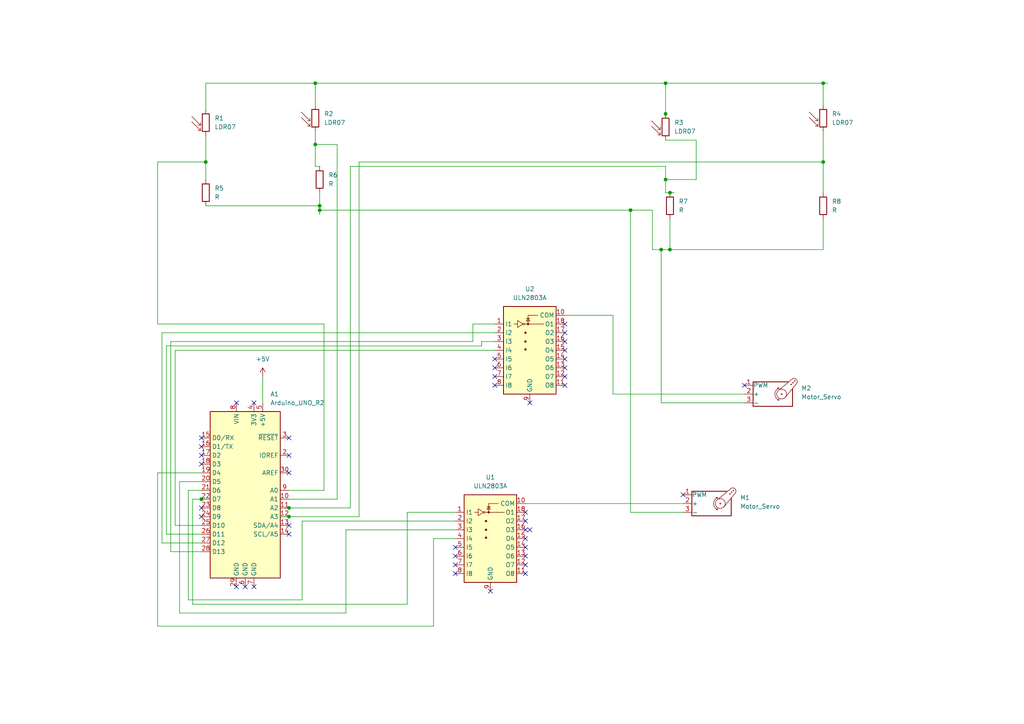
<source format=kicad_sch>
(kicad_sch
	(version 20231120)
	(generator "eeschema")
	(generator_version "8.0")
	(uuid "795c60c0-2b4b-470e-be3d-3994130f9cfa")
	(paper "A4")
	(lib_symbols
		(symbol "Device:R"
			(pin_numbers hide)
			(pin_names
				(offset 0)
			)
			(exclude_from_sim no)
			(in_bom yes)
			(on_board yes)
			(property "Reference" "R"
				(at 2.032 0 90)
				(effects
					(font
						(size 1.27 1.27)
					)
				)
			)
			(property "Value" "R"
				(at 0 0 90)
				(effects
					(font
						(size 1.27 1.27)
					)
				)
			)
			(property "Footprint" ""
				(at -1.778 0 90)
				(effects
					(font
						(size 1.27 1.27)
					)
					(hide yes)
				)
			)
			(property "Datasheet" "~"
				(at 0 0 0)
				(effects
					(font
						(size 1.27 1.27)
					)
					(hide yes)
				)
			)
			(property "Description" "Resistor"
				(at 0 0 0)
				(effects
					(font
						(size 1.27 1.27)
					)
					(hide yes)
				)
			)
			(property "ki_keywords" "R res resistor"
				(at 0 0 0)
				(effects
					(font
						(size 1.27 1.27)
					)
					(hide yes)
				)
			)
			(property "ki_fp_filters" "R_*"
				(at 0 0 0)
				(effects
					(font
						(size 1.27 1.27)
					)
					(hide yes)
				)
			)
			(symbol "R_0_1"
				(rectangle
					(start -1.016 -2.54)
					(end 1.016 2.54)
					(stroke
						(width 0.254)
						(type default)
					)
					(fill
						(type none)
					)
				)
			)
			(symbol "R_1_1"
				(pin passive line
					(at 0 3.81 270)
					(length 1.27)
					(name "~"
						(effects
							(font
								(size 1.27 1.27)
							)
						)
					)
					(number "1"
						(effects
							(font
								(size 1.27 1.27)
							)
						)
					)
				)
				(pin passive line
					(at 0 -3.81 90)
					(length 1.27)
					(name "~"
						(effects
							(font
								(size 1.27 1.27)
							)
						)
					)
					(number "2"
						(effects
							(font
								(size 1.27 1.27)
							)
						)
					)
				)
			)
		)
		(symbol "MCU_Module:Arduino_UNO_R2"
			(exclude_from_sim no)
			(in_bom yes)
			(on_board yes)
			(property "Reference" "A"
				(at -10.16 23.495 0)
				(effects
					(font
						(size 1.27 1.27)
					)
					(justify left bottom)
				)
			)
			(property "Value" "Arduino_UNO_R2"
				(at 5.08 -26.67 0)
				(effects
					(font
						(size 1.27 1.27)
					)
					(justify left top)
				)
			)
			(property "Footprint" "Module:Arduino_UNO_R2"
				(at 0 0 0)
				(effects
					(font
						(size 1.27 1.27)
						(italic yes)
					)
					(hide yes)
				)
			)
			(property "Datasheet" "https://www.arduino.cc/en/Main/arduinoBoardUno"
				(at 0 0 0)
				(effects
					(font
						(size 1.27 1.27)
					)
					(hide yes)
				)
			)
			(property "Description" "Arduino UNO Microcontroller Module, release 2"
				(at 0 0 0)
				(effects
					(font
						(size 1.27 1.27)
					)
					(hide yes)
				)
			)
			(property "ki_keywords" "Arduino UNO R3 Microcontroller Module Atmel AVR USB"
				(at 0 0 0)
				(effects
					(font
						(size 1.27 1.27)
					)
					(hide yes)
				)
			)
			(property "ki_fp_filters" "Arduino*UNO*R2*"
				(at 0 0 0)
				(effects
					(font
						(size 1.27 1.27)
					)
					(hide yes)
				)
			)
			(symbol "Arduino_UNO_R2_0_1"
				(rectangle
					(start -10.16 22.86)
					(end 10.16 -25.4)
					(stroke
						(width 0.254)
						(type default)
					)
					(fill
						(type background)
					)
				)
			)
			(symbol "Arduino_UNO_R2_1_1"
				(pin no_connect line
					(at -10.16 -20.32 0)
					(length 2.54) hide
					(name "NC"
						(effects
							(font
								(size 1.27 1.27)
							)
						)
					)
					(number "1"
						(effects
							(font
								(size 1.27 1.27)
							)
						)
					)
				)
				(pin bidirectional line
					(at 12.7 -2.54 180)
					(length 2.54)
					(name "A1"
						(effects
							(font
								(size 1.27 1.27)
							)
						)
					)
					(number "10"
						(effects
							(font
								(size 1.27 1.27)
							)
						)
					)
				)
				(pin bidirectional line
					(at 12.7 -5.08 180)
					(length 2.54)
					(name "A2"
						(effects
							(font
								(size 1.27 1.27)
							)
						)
					)
					(number "11"
						(effects
							(font
								(size 1.27 1.27)
							)
						)
					)
				)
				(pin bidirectional line
					(at 12.7 -7.62 180)
					(length 2.54)
					(name "A3"
						(effects
							(font
								(size 1.27 1.27)
							)
						)
					)
					(number "12"
						(effects
							(font
								(size 1.27 1.27)
							)
						)
					)
				)
				(pin bidirectional line
					(at 12.7 -10.16 180)
					(length 2.54)
					(name "SDA/A4"
						(effects
							(font
								(size 1.27 1.27)
							)
						)
					)
					(number "13"
						(effects
							(font
								(size 1.27 1.27)
							)
						)
					)
				)
				(pin bidirectional line
					(at 12.7 -12.7 180)
					(length 2.54)
					(name "SCL/A5"
						(effects
							(font
								(size 1.27 1.27)
							)
						)
					)
					(number "14"
						(effects
							(font
								(size 1.27 1.27)
							)
						)
					)
				)
				(pin bidirectional line
					(at -12.7 15.24 0)
					(length 2.54)
					(name "D0/RX"
						(effects
							(font
								(size 1.27 1.27)
							)
						)
					)
					(number "15"
						(effects
							(font
								(size 1.27 1.27)
							)
						)
					)
				)
				(pin bidirectional line
					(at -12.7 12.7 0)
					(length 2.54)
					(name "D1/TX"
						(effects
							(font
								(size 1.27 1.27)
							)
						)
					)
					(number "16"
						(effects
							(font
								(size 1.27 1.27)
							)
						)
					)
				)
				(pin bidirectional line
					(at -12.7 10.16 0)
					(length 2.54)
					(name "D2"
						(effects
							(font
								(size 1.27 1.27)
							)
						)
					)
					(number "17"
						(effects
							(font
								(size 1.27 1.27)
							)
						)
					)
				)
				(pin bidirectional line
					(at -12.7 7.62 0)
					(length 2.54)
					(name "D3"
						(effects
							(font
								(size 1.27 1.27)
							)
						)
					)
					(number "18"
						(effects
							(font
								(size 1.27 1.27)
							)
						)
					)
				)
				(pin bidirectional line
					(at -12.7 5.08 0)
					(length 2.54)
					(name "D4"
						(effects
							(font
								(size 1.27 1.27)
							)
						)
					)
					(number "19"
						(effects
							(font
								(size 1.27 1.27)
							)
						)
					)
				)
				(pin output line
					(at 12.7 10.16 180)
					(length 2.54)
					(name "IOREF"
						(effects
							(font
								(size 1.27 1.27)
							)
						)
					)
					(number "2"
						(effects
							(font
								(size 1.27 1.27)
							)
						)
					)
				)
				(pin bidirectional line
					(at -12.7 2.54 0)
					(length 2.54)
					(name "D5"
						(effects
							(font
								(size 1.27 1.27)
							)
						)
					)
					(number "20"
						(effects
							(font
								(size 1.27 1.27)
							)
						)
					)
				)
				(pin bidirectional line
					(at -12.7 0 0)
					(length 2.54)
					(name "D6"
						(effects
							(font
								(size 1.27 1.27)
							)
						)
					)
					(number "21"
						(effects
							(font
								(size 1.27 1.27)
							)
						)
					)
				)
				(pin bidirectional line
					(at -12.7 -2.54 0)
					(length 2.54)
					(name "D7"
						(effects
							(font
								(size 1.27 1.27)
							)
						)
					)
					(number "22"
						(effects
							(font
								(size 1.27 1.27)
							)
						)
					)
				)
				(pin bidirectional line
					(at -12.7 -5.08 0)
					(length 2.54)
					(name "D8"
						(effects
							(font
								(size 1.27 1.27)
							)
						)
					)
					(number "23"
						(effects
							(font
								(size 1.27 1.27)
							)
						)
					)
				)
				(pin bidirectional line
					(at -12.7 -7.62 0)
					(length 2.54)
					(name "D9"
						(effects
							(font
								(size 1.27 1.27)
							)
						)
					)
					(number "24"
						(effects
							(font
								(size 1.27 1.27)
							)
						)
					)
				)
				(pin bidirectional line
					(at -12.7 -10.16 0)
					(length 2.54)
					(name "D10"
						(effects
							(font
								(size 1.27 1.27)
							)
						)
					)
					(number "25"
						(effects
							(font
								(size 1.27 1.27)
							)
						)
					)
				)
				(pin bidirectional line
					(at -12.7 -12.7 0)
					(length 2.54)
					(name "D11"
						(effects
							(font
								(size 1.27 1.27)
							)
						)
					)
					(number "26"
						(effects
							(font
								(size 1.27 1.27)
							)
						)
					)
				)
				(pin bidirectional line
					(at -12.7 -15.24 0)
					(length 2.54)
					(name "D12"
						(effects
							(font
								(size 1.27 1.27)
							)
						)
					)
					(number "27"
						(effects
							(font
								(size 1.27 1.27)
							)
						)
					)
				)
				(pin bidirectional line
					(at -12.7 -17.78 0)
					(length 2.54)
					(name "D13"
						(effects
							(font
								(size 1.27 1.27)
							)
						)
					)
					(number "28"
						(effects
							(font
								(size 1.27 1.27)
							)
						)
					)
				)
				(pin power_in line
					(at -2.54 -27.94 90)
					(length 2.54)
					(name "GND"
						(effects
							(font
								(size 1.27 1.27)
							)
						)
					)
					(number "29"
						(effects
							(font
								(size 1.27 1.27)
							)
						)
					)
				)
				(pin input line
					(at 12.7 15.24 180)
					(length 2.54)
					(name "~{RESET}"
						(effects
							(font
								(size 1.27 1.27)
							)
						)
					)
					(number "3"
						(effects
							(font
								(size 1.27 1.27)
							)
						)
					)
				)
				(pin input line
					(at 12.7 5.08 180)
					(length 2.54)
					(name "AREF"
						(effects
							(font
								(size 1.27 1.27)
							)
						)
					)
					(number "30"
						(effects
							(font
								(size 1.27 1.27)
							)
						)
					)
				)
				(pin power_out line
					(at 2.54 25.4 270)
					(length 2.54)
					(name "3V3"
						(effects
							(font
								(size 1.27 1.27)
							)
						)
					)
					(number "4"
						(effects
							(font
								(size 1.27 1.27)
							)
						)
					)
				)
				(pin power_out line
					(at 5.08 25.4 270)
					(length 2.54)
					(name "+5V"
						(effects
							(font
								(size 1.27 1.27)
							)
						)
					)
					(number "5"
						(effects
							(font
								(size 1.27 1.27)
							)
						)
					)
				)
				(pin power_in line
					(at 0 -27.94 90)
					(length 2.54)
					(name "GND"
						(effects
							(font
								(size 1.27 1.27)
							)
						)
					)
					(number "6"
						(effects
							(font
								(size 1.27 1.27)
							)
						)
					)
				)
				(pin power_in line
					(at 2.54 -27.94 90)
					(length 2.54)
					(name "GND"
						(effects
							(font
								(size 1.27 1.27)
							)
						)
					)
					(number "7"
						(effects
							(font
								(size 1.27 1.27)
							)
						)
					)
				)
				(pin power_in line
					(at -2.54 25.4 270)
					(length 2.54)
					(name "VIN"
						(effects
							(font
								(size 1.27 1.27)
							)
						)
					)
					(number "8"
						(effects
							(font
								(size 1.27 1.27)
							)
						)
					)
				)
				(pin bidirectional line
					(at 12.7 0 180)
					(length 2.54)
					(name "A0"
						(effects
							(font
								(size 1.27 1.27)
							)
						)
					)
					(number "9"
						(effects
							(font
								(size 1.27 1.27)
							)
						)
					)
				)
			)
		)
		(symbol "Motor:Motor_Servo"
			(pin_names
				(offset 0.0254)
			)
			(exclude_from_sim no)
			(in_bom yes)
			(on_board yes)
			(property "Reference" "M"
				(at -5.08 4.445 0)
				(effects
					(font
						(size 1.27 1.27)
					)
					(justify left)
				)
			)
			(property "Value" "Motor_Servo"
				(at -5.08 -4.064 0)
				(effects
					(font
						(size 1.27 1.27)
					)
					(justify left top)
				)
			)
			(property "Footprint" ""
				(at 0 -4.826 0)
				(effects
					(font
						(size 1.27 1.27)
					)
					(hide yes)
				)
			)
			(property "Datasheet" "http://forums.parallax.com/uploads/attachments/46831/74481.png"
				(at 0 -4.826 0)
				(effects
					(font
						(size 1.27 1.27)
					)
					(hide yes)
				)
			)
			(property "Description" "Servo Motor (Futaba, HiTec, JR connector)"
				(at 0 0 0)
				(effects
					(font
						(size 1.27 1.27)
					)
					(hide yes)
				)
			)
			(property "ki_keywords" "Servo Motor"
				(at 0 0 0)
				(effects
					(font
						(size 1.27 1.27)
					)
					(hide yes)
				)
			)
			(property "ki_fp_filters" "PinHeader*P2.54mm*"
				(at 0 0 0)
				(effects
					(font
						(size 1.27 1.27)
					)
					(hide yes)
				)
			)
			(symbol "Motor_Servo_0_1"
				(polyline
					(pts
						(xy 2.413 -1.778) (xy 2.032 -1.778)
					)
					(stroke
						(width 0)
						(type default)
					)
					(fill
						(type none)
					)
				)
				(polyline
					(pts
						(xy 2.413 -1.778) (xy 2.286 -1.397)
					)
					(stroke
						(width 0)
						(type default)
					)
					(fill
						(type none)
					)
				)
				(polyline
					(pts
						(xy 2.413 1.778) (xy 1.905 1.778)
					)
					(stroke
						(width 0)
						(type default)
					)
					(fill
						(type none)
					)
				)
				(polyline
					(pts
						(xy 2.413 1.778) (xy 2.286 1.397)
					)
					(stroke
						(width 0)
						(type default)
					)
					(fill
						(type none)
					)
				)
				(polyline
					(pts
						(xy 6.35 4.445) (xy 2.54 1.27)
					)
					(stroke
						(width 0)
						(type default)
					)
					(fill
						(type none)
					)
				)
				(polyline
					(pts
						(xy 7.62 3.175) (xy 4.191 -1.016)
					)
					(stroke
						(width 0)
						(type default)
					)
					(fill
						(type none)
					)
				)
				(polyline
					(pts
						(xy 5.08 3.556) (xy -5.08 3.556) (xy -5.08 -3.556) (xy 6.35 -3.556) (xy 6.35 1.524)
					)
					(stroke
						(width 0.254)
						(type default)
					)
					(fill
						(type none)
					)
				)
				(arc
					(start 2.413 1.778)
					(mid 1.2406 0)
					(end 2.413 -1.778)
					(stroke
						(width 0)
						(type default)
					)
					(fill
						(type none)
					)
				)
				(circle
					(center 3.175 0)
					(radius 0.1778)
					(stroke
						(width 0)
						(type default)
					)
					(fill
						(type none)
					)
				)
				(circle
					(center 3.175 0)
					(radius 1.4224)
					(stroke
						(width 0)
						(type default)
					)
					(fill
						(type none)
					)
				)
				(circle
					(center 5.969 2.794)
					(radius 0.127)
					(stroke
						(width 0)
						(type default)
					)
					(fill
						(type none)
					)
				)
				(circle
					(center 6.477 3.302)
					(radius 0.127)
					(stroke
						(width 0)
						(type default)
					)
					(fill
						(type none)
					)
				)
				(circle
					(center 6.985 3.81)
					(radius 0.127)
					(stroke
						(width 0)
						(type default)
					)
					(fill
						(type none)
					)
				)
				(arc
					(start 7.62 3.175)
					(mid 7.4485 4.2735)
					(end 6.35 4.445)
					(stroke
						(width 0)
						(type default)
					)
					(fill
						(type none)
					)
				)
			)
			(symbol "Motor_Servo_1_1"
				(pin passive line
					(at -7.62 2.54 0)
					(length 2.54)
					(name "PWM"
						(effects
							(font
								(size 1.27 1.27)
							)
						)
					)
					(number "1"
						(effects
							(font
								(size 1.27 1.27)
							)
						)
					)
				)
				(pin passive line
					(at -7.62 0 0)
					(length 2.54)
					(name "+"
						(effects
							(font
								(size 1.27 1.27)
							)
						)
					)
					(number "2"
						(effects
							(font
								(size 1.27 1.27)
							)
						)
					)
				)
				(pin passive line
					(at -7.62 -2.54 0)
					(length 2.54)
					(name "-"
						(effects
							(font
								(size 1.27 1.27)
							)
						)
					)
					(number "3"
						(effects
							(font
								(size 1.27 1.27)
							)
						)
					)
				)
			)
		)
		(symbol "Sensor_Optical:LDR07"
			(pin_numbers hide)
			(pin_names
				(offset 0)
			)
			(exclude_from_sim no)
			(in_bom yes)
			(on_board yes)
			(property "Reference" "R"
				(at -5.08 0 90)
				(effects
					(font
						(size 1.27 1.27)
					)
				)
			)
			(property "Value" "LDR07"
				(at 1.905 0 90)
				(effects
					(font
						(size 1.27 1.27)
					)
					(justify top)
				)
			)
			(property "Footprint" "OptoDevice:R_LDR_5.1x4.3mm_P3.4mm_Vertical"
				(at 4.445 0 90)
				(effects
					(font
						(size 1.27 1.27)
					)
					(hide yes)
				)
			)
			(property "Datasheet" "http://www.tme.eu/de/Document/f2e3ad76a925811312d226c31da4cd7e/LDR07.pdf"
				(at 0 -1.27 0)
				(effects
					(font
						(size 1.27 1.27)
					)
					(hide yes)
				)
			)
			(property "Description" "light dependent resistor"
				(at 0 0 0)
				(effects
					(font
						(size 1.27 1.27)
					)
					(hide yes)
				)
			)
			(property "ki_keywords" "light dependent photo resistor LDR"
				(at 0 0 0)
				(effects
					(font
						(size 1.27 1.27)
					)
					(hide yes)
				)
			)
			(property "ki_fp_filters" "R*LDR*5.1x4.3mm*P3.4mm*"
				(at 0 0 0)
				(effects
					(font
						(size 1.27 1.27)
					)
					(hide yes)
				)
			)
			(symbol "LDR07_0_1"
				(rectangle
					(start -1.016 2.54)
					(end 1.016 -2.54)
					(stroke
						(width 0.254)
						(type default)
					)
					(fill
						(type none)
					)
				)
				(polyline
					(pts
						(xy -1.524 -2.286) (xy -4.064 0.254)
					)
					(stroke
						(width 0)
						(type default)
					)
					(fill
						(type none)
					)
				)
				(polyline
					(pts
						(xy -1.524 -2.286) (xy -2.286 -2.286)
					)
					(stroke
						(width 0)
						(type default)
					)
					(fill
						(type none)
					)
				)
				(polyline
					(pts
						(xy -1.524 -2.286) (xy -1.524 -1.524)
					)
					(stroke
						(width 0)
						(type default)
					)
					(fill
						(type none)
					)
				)
				(polyline
					(pts
						(xy -1.524 -0.762) (xy -4.064 1.778)
					)
					(stroke
						(width 0)
						(type default)
					)
					(fill
						(type none)
					)
				)
				(polyline
					(pts
						(xy -1.524 -0.762) (xy -2.286 -0.762)
					)
					(stroke
						(width 0)
						(type default)
					)
					(fill
						(type none)
					)
				)
				(polyline
					(pts
						(xy -1.524 -0.762) (xy -1.524 0)
					)
					(stroke
						(width 0)
						(type default)
					)
					(fill
						(type none)
					)
				)
			)
			(symbol "LDR07_1_1"
				(pin passive line
					(at 0 3.81 270)
					(length 1.27)
					(name "~"
						(effects
							(font
								(size 1.27 1.27)
							)
						)
					)
					(number "1"
						(effects
							(font
								(size 1.27 1.27)
							)
						)
					)
				)
				(pin passive line
					(at 0 -3.81 90)
					(length 1.27)
					(name "~"
						(effects
							(font
								(size 1.27 1.27)
							)
						)
					)
					(number "2"
						(effects
							(font
								(size 1.27 1.27)
							)
						)
					)
				)
			)
		)
		(symbol "Transistor_Array:ULN2803A"
			(exclude_from_sim no)
			(in_bom yes)
			(on_board yes)
			(property "Reference" "U"
				(at 0 13.335 0)
				(effects
					(font
						(size 1.27 1.27)
					)
				)
			)
			(property "Value" "ULN2803A"
				(at 0 11.43 0)
				(effects
					(font
						(size 1.27 1.27)
					)
				)
			)
			(property "Footprint" ""
				(at 1.27 -16.51 0)
				(effects
					(font
						(size 1.27 1.27)
					)
					(justify left)
					(hide yes)
				)
			)
			(property "Datasheet" "http://www.ti.com/lit/ds/symlink/uln2803a.pdf"
				(at 2.54 -5.08 0)
				(effects
					(font
						(size 1.27 1.27)
					)
					(hide yes)
				)
			)
			(property "Description" "Darlington Transistor Arrays, SOIC18/DIP18"
				(at 0 0 0)
				(effects
					(font
						(size 1.27 1.27)
					)
					(hide yes)
				)
			)
			(property "ki_keywords" "Darlington transistor array"
				(at 0 0 0)
				(effects
					(font
						(size 1.27 1.27)
					)
					(hide yes)
				)
			)
			(property "ki_fp_filters" "DIP*W7.62mm* SOIC*7.5x11.6mm*P1.27mm*"
				(at 0 0 0)
				(effects
					(font
						(size 1.27 1.27)
					)
					(hide yes)
				)
			)
			(symbol "ULN2803A_0_1"
				(rectangle
					(start -7.62 -15.24)
					(end 7.62 10.16)
					(stroke
						(width 0.254)
						(type default)
					)
					(fill
						(type background)
					)
				)
				(circle
					(center -1.778 5.08)
					(radius 0.254)
					(stroke
						(width 0)
						(type default)
					)
					(fill
						(type none)
					)
				)
				(circle
					(center -1.27 -2.286)
					(radius 0.254)
					(stroke
						(width 0)
						(type default)
					)
					(fill
						(type outline)
					)
				)
				(circle
					(center -1.27 0)
					(radius 0.254)
					(stroke
						(width 0)
						(type default)
					)
					(fill
						(type outline)
					)
				)
				(circle
					(center -1.27 2.54)
					(radius 0.254)
					(stroke
						(width 0)
						(type default)
					)
					(fill
						(type outline)
					)
				)
				(circle
					(center -0.508 5.08)
					(radius 0.254)
					(stroke
						(width 0)
						(type default)
					)
					(fill
						(type outline)
					)
				)
				(polyline
					(pts
						(xy -4.572 5.08) (xy -3.556 5.08)
					)
					(stroke
						(width 0)
						(type default)
					)
					(fill
						(type none)
					)
				)
				(polyline
					(pts
						(xy -1.524 5.08) (xy 4.064 5.08)
					)
					(stroke
						(width 0)
						(type default)
					)
					(fill
						(type none)
					)
				)
				(polyline
					(pts
						(xy 0 6.731) (xy -1.016 6.731)
					)
					(stroke
						(width 0)
						(type default)
					)
					(fill
						(type none)
					)
				)
				(polyline
					(pts
						(xy -0.508 5.08) (xy -0.508 7.62) (xy 2.286 7.62)
					)
					(stroke
						(width 0)
						(type default)
					)
					(fill
						(type none)
					)
				)
				(polyline
					(pts
						(xy -3.556 6.096) (xy -3.556 4.064) (xy -2.032 5.08) (xy -3.556 6.096)
					)
					(stroke
						(width 0)
						(type default)
					)
					(fill
						(type none)
					)
				)
				(polyline
					(pts
						(xy 0 5.969) (xy -1.016 5.969) (xy -0.508 6.731) (xy 0 5.969)
					)
					(stroke
						(width 0)
						(type default)
					)
					(fill
						(type none)
					)
				)
			)
			(symbol "ULN2803A_1_1"
				(pin input line
					(at -10.16 5.08 0)
					(length 2.54)
					(name "I1"
						(effects
							(font
								(size 1.27 1.27)
							)
						)
					)
					(number "1"
						(effects
							(font
								(size 1.27 1.27)
							)
						)
					)
				)
				(pin passive line
					(at 10.16 7.62 180)
					(length 2.54)
					(name "COM"
						(effects
							(font
								(size 1.27 1.27)
							)
						)
					)
					(number "10"
						(effects
							(font
								(size 1.27 1.27)
							)
						)
					)
				)
				(pin open_collector line
					(at 10.16 -12.7 180)
					(length 2.54)
					(name "O8"
						(effects
							(font
								(size 1.27 1.27)
							)
						)
					)
					(number "11"
						(effects
							(font
								(size 1.27 1.27)
							)
						)
					)
				)
				(pin open_collector line
					(at 10.16 -10.16 180)
					(length 2.54)
					(name "O7"
						(effects
							(font
								(size 1.27 1.27)
							)
						)
					)
					(number "12"
						(effects
							(font
								(size 1.27 1.27)
							)
						)
					)
				)
				(pin open_collector line
					(at 10.16 -7.62 180)
					(length 2.54)
					(name "O6"
						(effects
							(font
								(size 1.27 1.27)
							)
						)
					)
					(number "13"
						(effects
							(font
								(size 1.27 1.27)
							)
						)
					)
				)
				(pin open_collector line
					(at 10.16 -5.08 180)
					(length 2.54)
					(name "O5"
						(effects
							(font
								(size 1.27 1.27)
							)
						)
					)
					(number "14"
						(effects
							(font
								(size 1.27 1.27)
							)
						)
					)
				)
				(pin open_collector line
					(at 10.16 -2.54 180)
					(length 2.54)
					(name "O4"
						(effects
							(font
								(size 1.27 1.27)
							)
						)
					)
					(number "15"
						(effects
							(font
								(size 1.27 1.27)
							)
						)
					)
				)
				(pin open_collector line
					(at 10.16 0 180)
					(length 2.54)
					(name "O3"
						(effects
							(font
								(size 1.27 1.27)
							)
						)
					)
					(number "16"
						(effects
							(font
								(size 1.27 1.27)
							)
						)
					)
				)
				(pin open_collector line
					(at 10.16 2.54 180)
					(length 2.54)
					(name "O2"
						(effects
							(font
								(size 1.27 1.27)
							)
						)
					)
					(number "17"
						(effects
							(font
								(size 1.27 1.27)
							)
						)
					)
				)
				(pin open_collector line
					(at 10.16 5.08 180)
					(length 2.54)
					(name "O1"
						(effects
							(font
								(size 1.27 1.27)
							)
						)
					)
					(number "18"
						(effects
							(font
								(size 1.27 1.27)
							)
						)
					)
				)
				(pin input line
					(at -10.16 2.54 0)
					(length 2.54)
					(name "I2"
						(effects
							(font
								(size 1.27 1.27)
							)
						)
					)
					(number "2"
						(effects
							(font
								(size 1.27 1.27)
							)
						)
					)
				)
				(pin input line
					(at -10.16 0 0)
					(length 2.54)
					(name "I3"
						(effects
							(font
								(size 1.27 1.27)
							)
						)
					)
					(number "3"
						(effects
							(font
								(size 1.27 1.27)
							)
						)
					)
				)
				(pin input line
					(at -10.16 -2.54 0)
					(length 2.54)
					(name "I4"
						(effects
							(font
								(size 1.27 1.27)
							)
						)
					)
					(number "4"
						(effects
							(font
								(size 1.27 1.27)
							)
						)
					)
				)
				(pin input line
					(at -10.16 -5.08 0)
					(length 2.54)
					(name "I5"
						(effects
							(font
								(size 1.27 1.27)
							)
						)
					)
					(number "5"
						(effects
							(font
								(size 1.27 1.27)
							)
						)
					)
				)
				(pin input line
					(at -10.16 -7.62 0)
					(length 2.54)
					(name "I6"
						(effects
							(font
								(size 1.27 1.27)
							)
						)
					)
					(number "6"
						(effects
							(font
								(size 1.27 1.27)
							)
						)
					)
				)
				(pin input line
					(at -10.16 -10.16 0)
					(length 2.54)
					(name "I7"
						(effects
							(font
								(size 1.27 1.27)
							)
						)
					)
					(number "7"
						(effects
							(font
								(size 1.27 1.27)
							)
						)
					)
				)
				(pin input line
					(at -10.16 -12.7 0)
					(length 2.54)
					(name "I8"
						(effects
							(font
								(size 1.27 1.27)
							)
						)
					)
					(number "8"
						(effects
							(font
								(size 1.27 1.27)
							)
						)
					)
				)
				(pin power_in line
					(at 0 -17.78 90)
					(length 2.54)
					(name "GND"
						(effects
							(font
								(size 1.27 1.27)
							)
						)
					)
					(number "9"
						(effects
							(font
								(size 1.27 1.27)
							)
						)
					)
				)
			)
		)
		(symbol "power:+5V"
			(power)
			(pin_numbers hide)
			(pin_names
				(offset 0) hide)
			(exclude_from_sim no)
			(in_bom yes)
			(on_board yes)
			(property "Reference" "#PWR"
				(at 0 -3.81 0)
				(effects
					(font
						(size 1.27 1.27)
					)
					(hide yes)
				)
			)
			(property "Value" "+5V"
				(at 0 3.556 0)
				(effects
					(font
						(size 1.27 1.27)
					)
				)
			)
			(property "Footprint" ""
				(at 0 0 0)
				(effects
					(font
						(size 1.27 1.27)
					)
					(hide yes)
				)
			)
			(property "Datasheet" ""
				(at 0 0 0)
				(effects
					(font
						(size 1.27 1.27)
					)
					(hide yes)
				)
			)
			(property "Description" "Power symbol creates a global label with name \"+5V\""
				(at 0 0 0)
				(effects
					(font
						(size 1.27 1.27)
					)
					(hide yes)
				)
			)
			(property "ki_keywords" "global power"
				(at 0 0 0)
				(effects
					(font
						(size 1.27 1.27)
					)
					(hide yes)
				)
			)
			(symbol "+5V_0_1"
				(polyline
					(pts
						(xy -0.762 1.27) (xy 0 2.54)
					)
					(stroke
						(width 0)
						(type default)
					)
					(fill
						(type none)
					)
				)
				(polyline
					(pts
						(xy 0 0) (xy 0 2.54)
					)
					(stroke
						(width 0)
						(type default)
					)
					(fill
						(type none)
					)
				)
				(polyline
					(pts
						(xy 0 2.54) (xy 0.762 1.27)
					)
					(stroke
						(width 0)
						(type default)
					)
					(fill
						(type none)
					)
				)
			)
			(symbol "+5V_1_1"
				(pin power_in line
					(at 0 0 90)
					(length 0)
					(name "~"
						(effects
							(font
								(size 1.27 1.27)
							)
						)
					)
					(number "1"
						(effects
							(font
								(size 1.27 1.27)
							)
						)
					)
				)
			)
		)
	)
	(junction
		(at 182.88 60.96)
		(diameter 0)
		(color 0 0 0 0)
		(uuid "0ebef02e-75e6-4c2b-bec4-7499a3f6af44")
	)
	(junction
		(at 91.44 41.91)
		(diameter 0)
		(color 0 0 0 0)
		(uuid "2076b0dc-e04c-4f16-9cc0-a09ded2dfeea")
	)
	(junction
		(at 83.82 147.32)
		(diameter 0)
		(color 0 0 0 0)
		(uuid "2c4531fe-2baf-4381-be69-d8ce967c7c4a")
	)
	(junction
		(at 194.31 72.39)
		(diameter 0)
		(color 0 0 0 0)
		(uuid "353de985-2cfd-4b53-9737-c2532ad6ef17")
	)
	(junction
		(at 194.31 55.88)
		(diameter 0)
		(color 0 0 0 0)
		(uuid "3b10b775-ae54-4b1e-bf78-2a7ac6bc8bc4")
	)
	(junction
		(at 92.71 59.69)
		(diameter 0)
		(color 0 0 0 0)
		(uuid "60189969-705c-4185-9dbb-d2d924c500e6")
	)
	(junction
		(at 58.42 144.78)
		(diameter 0)
		(color 0 0 0 0)
		(uuid "6f51da2e-8135-4fa3-9391-2e887034fdb9")
	)
	(junction
		(at 92.71 60.96)
		(diameter 0)
		(color 0 0 0 0)
		(uuid "7566ad38-c45c-417d-be6e-07531827fa97")
	)
	(junction
		(at 191.77 72.39)
		(diameter 0)
		(color 0 0 0 0)
		(uuid "8333f89a-4357-462f-a1ee-926de5522b47")
	)
	(junction
		(at 238.76 24.13)
		(diameter 0)
		(color 0 0 0 0)
		(uuid "8f7c6c0b-dcf5-40b5-8571-c95b6eb8b1e9")
	)
	(junction
		(at 193.04 52.07)
		(diameter 0)
		(color 0 0 0 0)
		(uuid "910f2786-6e62-4836-b1b3-c4c993cc44bd")
	)
	(junction
		(at 193.04 33.02)
		(diameter 0)
		(color 0 0 0 0)
		(uuid "b477d4ed-b106-4d39-8ed8-2b8fdd8c724b")
	)
	(junction
		(at 238.76 46.99)
		(diameter 0)
		(color 0 0 0 0)
		(uuid "d3438322-ba65-4148-b07e-1da23c881e30")
	)
	(junction
		(at 91.44 24.13)
		(diameter 0)
		(color 0 0 0 0)
		(uuid "d3a7ad60-c22c-4114-9333-62da1d0ea11e")
	)
	(junction
		(at 83.82 149.86)
		(diameter 0)
		(color 0 0 0 0)
		(uuid "da90bdfd-ca63-495d-8a63-369fe74e57b4")
	)
	(junction
		(at 193.04 24.13)
		(diameter 0)
		(color 0 0 0 0)
		(uuid "e17dbad2-82e2-463e-931e-69167f6eabb7")
	)
	(junction
		(at 59.69 46.99)
		(diameter 0)
		(color 0 0 0 0)
		(uuid "ecb3f7c0-79b6-4808-bcc2-0b52299aa3c8")
	)
	(no_connect
		(at 58.42 147.32)
		(uuid "076440bb-c8e3-45c4-88c2-ed145174bbad")
	)
	(no_connect
		(at 73.66 116.84)
		(uuid "0d7460a1-27c1-4da3-9585-c222e9244f4f")
	)
	(no_connect
		(at 58.42 129.54)
		(uuid "145b44c5-b4f9-49bc-9032-22dab2b00ca9")
	)
	(no_connect
		(at 83.82 132.08)
		(uuid "1894479f-f95c-4615-b3fe-b8f8e5d58513")
	)
	(no_connect
		(at 132.08 158.75)
		(uuid "1b9c8805-69e6-4009-85c7-b8b57ec5287a")
	)
	(no_connect
		(at 143.51 111.76)
		(uuid "1f97d8b5-06f6-4b1f-bfa5-1f292ba3cd2b")
	)
	(no_connect
		(at 152.4 151.13)
		(uuid "28cbf712-e351-4bd6-8e57-6bd57384af87")
	)
	(no_connect
		(at 153.67 116.84)
		(uuid "2d22a41a-08dd-4ae3-93b7-49d8f4e8e6dd")
	)
	(no_connect
		(at 83.82 137.16)
		(uuid "2d9ddee6-8106-414b-a0d1-0387f9b7b58d")
	)
	(no_connect
		(at 143.51 106.68)
		(uuid "30f91aa3-0a0c-4a53-9353-62146e47b61b")
	)
	(no_connect
		(at 132.08 161.29)
		(uuid "322621eb-85ad-4a04-bab6-db76d8408191")
	)
	(no_connect
		(at 152.4 156.21)
		(uuid "34ddb5a0-b177-4020-8892-1741ab5b1997")
	)
	(no_connect
		(at 68.58 116.84)
		(uuid "3a6c3662-9b95-459f-b6d3-8787196c0a6a")
	)
	(no_connect
		(at 215.9 111.76)
		(uuid "417e03a4-2537-4031-b577-52f11d72aac5")
	)
	(no_connect
		(at 163.83 104.14)
		(uuid "4e8ec242-ef1f-46c8-a3e1-acb02900a78d")
	)
	(no_connect
		(at 152.4 163.83)
		(uuid "4f8b621e-fd05-4c9a-8630-119a907bfa4d")
	)
	(no_connect
		(at 152.4 166.37)
		(uuid "542b0721-fedc-4bd9-a5e5-acec42cd627f")
	)
	(no_connect
		(at 58.42 134.62)
		(uuid "5a8a2684-1a4a-4a56-84e4-8b4cb1901527")
	)
	(no_connect
		(at 142.24 171.45)
		(uuid "5f3384d1-3ef0-492b-8a9e-e8220009e682")
	)
	(no_connect
		(at 73.66 170.18)
		(uuid "62a21b72-6e12-41ce-8b5c-97964df32aff")
	)
	(no_connect
		(at 163.83 93.98)
		(uuid "6440be00-4ee1-4b63-8a59-3507401afe41")
	)
	(no_connect
		(at 163.83 109.22)
		(uuid "66609b9a-d574-4b00-a706-32aa20de47cb")
	)
	(no_connect
		(at 132.08 163.83)
		(uuid "68503f04-93d6-48b3-bd9c-091b17f2889e")
	)
	(no_connect
		(at 163.83 96.52)
		(uuid "6e212d9d-1cd3-4dcf-9b2e-2fca1f9fbf4a")
	)
	(no_connect
		(at 83.82 152.4)
		(uuid "6eae245f-9420-439a-b10b-0d66bbbe187b")
	)
	(no_connect
		(at 152.4 161.29)
		(uuid "774fa886-5e80-473e-a548-f58a288f0448")
	)
	(no_connect
		(at 163.83 99.06)
		(uuid "8493ef22-6b2b-479a-91f7-41727b9467d9")
	)
	(no_connect
		(at 83.82 127)
		(uuid "98f860c9-2266-4e0a-80be-45f6ef771207")
	)
	(no_connect
		(at 163.83 106.68)
		(uuid "a1da1a7f-5b54-4e01-98ea-771d45c343f1")
	)
	(no_connect
		(at 132.08 166.37)
		(uuid "a3fa31cb-66e0-4d45-840e-ac2e5d267b11")
	)
	(no_connect
		(at 152.4 148.59)
		(uuid "a80546eb-ce37-460e-8fcb-b79103380ce0")
	)
	(no_connect
		(at 58.42 132.08)
		(uuid "a9ace275-6168-4e9f-896d-ddda3342497e")
	)
	(no_connect
		(at 68.58 170.18)
		(uuid "b572afef-2dd0-4acf-b6c3-27a18e3b1843")
	)
	(no_connect
		(at 58.42 149.86)
		(uuid "b6ffe7ae-cee8-4042-b57a-07b0a99e4f80")
	)
	(no_connect
		(at 83.82 154.94)
		(uuid "bf96f79a-e41a-49f7-95c8-f6a14ad2dd4b")
	)
	(no_connect
		(at 163.83 111.76)
		(uuid "cba1c54d-a7a0-4847-ab40-1f4e77401632")
	)
	(no_connect
		(at 163.83 101.6)
		(uuid "cd405c22-5fe9-4ae9-8957-8a617a20d97a")
	)
	(no_connect
		(at 152.4 153.67)
		(uuid "d837c7eb-bfaf-4f06-955c-4bd9e0bd407e")
	)
	(no_connect
		(at 198.12 143.51)
		(uuid "d9a029ea-b0bd-4645-9c64-7c0e8dc696e6")
	)
	(no_connect
		(at 58.42 127)
		(uuid "e95b7661-4e33-4e09-94fd-6b1bdb2a39cc")
	)
	(no_connect
		(at 152.4 158.75)
		(uuid "eb30ce8d-3177-4f78-a746-ccc7e7dc44ea")
	)
	(no_connect
		(at 153.67 153.67)
		(uuid "f04ff708-865e-407d-9cc8-06fa279f2311")
	)
	(no_connect
		(at 143.51 104.14)
		(uuid "f4164609-4b59-4960-b567-af8641b44a92")
	)
	(no_connect
		(at 143.51 109.22)
		(uuid "fa79d81f-b78f-41da-9301-95c624236d8b")
	)
	(no_connect
		(at 71.12 170.18)
		(uuid "fdda60f5-5587-46e2-b5eb-a5637820a01f")
	)
	(wire
		(pts
			(xy 91.44 41.91) (xy 91.44 48.26)
		)
		(stroke
			(width 0)
			(type default)
		)
		(uuid "00049698-063a-42b5-a9b4-90020eac4ece")
	)
	(wire
		(pts
			(xy 201.93 40.64) (xy 201.93 52.07)
		)
		(stroke
			(width 0)
			(type default)
		)
		(uuid "01a117ee-6bbb-4ac5-ac93-cd2fc8c4471c")
	)
	(wire
		(pts
			(xy 125.73 181.61) (xy 45.72 181.61)
		)
		(stroke
			(width 0)
			(type default)
		)
		(uuid "0b2f92f3-9fd9-4a0b-ad70-fc02b10fe997")
	)
	(wire
		(pts
			(xy 238.76 38.1) (xy 238.76 46.99)
		)
		(stroke
			(width 0)
			(type default)
		)
		(uuid "0d5bb1d1-848c-4f57-bafa-76b3de1f6c9f")
	)
	(wire
		(pts
			(xy 189.23 72.39) (xy 191.77 72.39)
		)
		(stroke
			(width 0)
			(type default)
		)
		(uuid "114ad16c-33e6-4fe9-bb19-5bcf389d7c90")
	)
	(wire
		(pts
			(xy 52.07 139.7) (xy 52.07 177.8)
		)
		(stroke
			(width 0)
			(type default)
		)
		(uuid "13f20acd-b76e-4184-a3b0-3138fe6889c7")
	)
	(wire
		(pts
			(xy 193.04 24.13) (xy 238.76 24.13)
		)
		(stroke
			(width 0)
			(type default)
		)
		(uuid "14503843-4207-4c7c-8b68-501063dfd6ea")
	)
	(wire
		(pts
			(xy 54.61 142.24) (xy 54.61 173.99)
		)
		(stroke
			(width 0)
			(type default)
		)
		(uuid "1452198c-7624-4205-89f5-f8a676e413d4")
	)
	(wire
		(pts
			(xy 193.04 52.07) (xy 193.04 55.88)
		)
		(stroke
			(width 0)
			(type default)
		)
		(uuid "17adca6d-f331-451d-85d9-d54a10469242")
	)
	(wire
		(pts
			(xy 215.9 114.3) (xy 177.8 114.3)
		)
		(stroke
			(width 0)
			(type default)
		)
		(uuid "17b004f8-77b8-4024-82bf-7f098d3c73e4")
	)
	(wire
		(pts
			(xy 91.44 24.13) (xy 193.04 24.13)
		)
		(stroke
			(width 0)
			(type default)
		)
		(uuid "17eea2cd-7892-4d4d-b94f-d1a2678f6ba8")
	)
	(wire
		(pts
			(xy 87.63 173.99) (xy 54.61 173.99)
		)
		(stroke
			(width 0)
			(type default)
		)
		(uuid "1a50c6d8-89a2-4649-a2b9-1626b5fd4677")
	)
	(wire
		(pts
			(xy 97.79 41.91) (xy 97.79 144.78)
		)
		(stroke
			(width 0)
			(type default)
		)
		(uuid "1b9486ec-5cce-4fcb-8a50-a8fc68141471")
	)
	(wire
		(pts
			(xy 193.04 48.26) (xy 101.6 48.26)
		)
		(stroke
			(width 0)
			(type default)
		)
		(uuid "1bf4f28b-834f-4e03-a270-62efcf2016d8")
	)
	(wire
		(pts
			(xy 194.31 72.39) (xy 238.76 72.39)
		)
		(stroke
			(width 0)
			(type default)
		)
		(uuid "2012a941-d98e-4620-9476-bc4ec90a636d")
	)
	(wire
		(pts
			(xy 55.88 175.26) (xy 55.88 144.78)
		)
		(stroke
			(width 0)
			(type default)
		)
		(uuid "23045254-f9e2-4353-b8d7-65aa0c374a5a")
	)
	(wire
		(pts
			(xy 215.9 116.84) (xy 191.77 116.84)
		)
		(stroke
			(width 0)
			(type default)
		)
		(uuid "26457ba6-3416-4862-b6f6-fc837fd634e9")
	)
	(wire
		(pts
			(xy 198.12 148.59) (xy 182.88 148.59)
		)
		(stroke
			(width 0)
			(type default)
		)
		(uuid "26c7b7bc-f725-4762-8692-50fb33a1856d")
	)
	(wire
		(pts
			(xy 104.14 46.99) (xy 104.14 149.86)
		)
		(stroke
			(width 0)
			(type default)
		)
		(uuid "28a9b5ac-1eb5-4649-97a3-d07bd5848e64")
	)
	(wire
		(pts
			(xy 45.72 46.99) (xy 45.72 93.98)
		)
		(stroke
			(width 0)
			(type default)
		)
		(uuid "2a7a1b92-f395-4a3c-9d72-ac800b2e70f4")
	)
	(wire
		(pts
			(xy 46.99 96.52) (xy 46.99 157.48)
		)
		(stroke
			(width 0)
			(type default)
		)
		(uuid "2ef31275-07e3-4ed6-ae88-19be135ea446")
	)
	(wire
		(pts
			(xy 132.08 156.21) (xy 125.73 156.21)
		)
		(stroke
			(width 0)
			(type default)
		)
		(uuid "30165929-c6d2-4538-9907-c8e751ad004e")
	)
	(wire
		(pts
			(xy 189.23 60.96) (xy 189.23 72.39)
		)
		(stroke
			(width 0)
			(type default)
		)
		(uuid "357cfbe8-d5fd-493f-af14-d7f70200f968")
	)
	(wire
		(pts
			(xy 100.33 153.67) (xy 100.33 177.8)
		)
		(stroke
			(width 0)
			(type default)
		)
		(uuid "3993885e-64d2-4226-aa41-846d8fe673cd")
	)
	(wire
		(pts
			(xy 238.76 46.99) (xy 238.76 55.88)
		)
		(stroke
			(width 0)
			(type default)
		)
		(uuid "39aedf9b-43fa-476a-b95d-1688d7ab3c20")
	)
	(wire
		(pts
			(xy 177.8 114.3) (xy 177.8 91.44)
		)
		(stroke
			(width 0)
			(type default)
		)
		(uuid "4ca36c78-101f-44e7-92ad-968ec4887f11")
	)
	(wire
		(pts
			(xy 50.8 101.6) (xy 50.8 152.4)
		)
		(stroke
			(width 0)
			(type default)
		)
		(uuid "4dac9855-9623-4f47-bc31-3866d9c8eeeb")
	)
	(wire
		(pts
			(xy 91.44 48.26) (xy 92.71 48.26)
		)
		(stroke
			(width 0)
			(type default)
		)
		(uuid "559cb8ed-5c8e-4427-ae40-2b9a056ab4f2")
	)
	(wire
		(pts
			(xy 193.04 48.26) (xy 193.04 52.07)
		)
		(stroke
			(width 0)
			(type default)
		)
		(uuid "565e6eb0-6fdd-4002-9dc9-337ccc3523eb")
	)
	(wire
		(pts
			(xy 87.63 151.13) (xy 87.63 173.99)
		)
		(stroke
			(width 0)
			(type default)
		)
		(uuid "585b0d99-9dee-4d52-9e02-d3cfbdf75f53")
	)
	(wire
		(pts
			(xy 93.98 93.98) (xy 93.98 142.24)
		)
		(stroke
			(width 0)
			(type default)
		)
		(uuid "5af2424e-7a91-48a6-9f04-2f843a2fcd0f")
	)
	(wire
		(pts
			(xy 45.72 181.61) (xy 45.72 137.16)
		)
		(stroke
			(width 0)
			(type default)
		)
		(uuid "5b37566f-d368-4568-ae6c-3b8e72cefd28")
	)
	(wire
		(pts
			(xy 45.72 93.98) (xy 93.98 93.98)
		)
		(stroke
			(width 0)
			(type default)
		)
		(uuid "5fa497fd-6b77-41fb-bcbf-bc0ccd1f3cbb")
	)
	(wire
		(pts
			(xy 59.69 24.13) (xy 91.44 24.13)
		)
		(stroke
			(width 0)
			(type default)
		)
		(uuid "6070ecbb-d2db-4c82-85d1-f1bc84deab14")
	)
	(wire
		(pts
			(xy 92.71 60.96) (xy 92.71 62.23)
		)
		(stroke
			(width 0)
			(type default)
		)
		(uuid "61f6f01b-1542-44ab-af06-655d3b3c0de2")
	)
	(wire
		(pts
			(xy 191.77 116.84) (xy 191.77 72.39)
		)
		(stroke
			(width 0)
			(type default)
		)
		(uuid "6897eba3-a694-450a-8377-e7808396e293")
	)
	(wire
		(pts
			(xy 118.11 148.59) (xy 118.11 175.26)
		)
		(stroke
			(width 0)
			(type default)
		)
		(uuid "69b41151-5689-44fe-b8fc-4359b7c0dc68")
	)
	(wire
		(pts
			(xy 91.44 38.1) (xy 91.44 41.91)
		)
		(stroke
			(width 0)
			(type default)
		)
		(uuid "6c12123a-1c7b-4718-9f74-bac7c30cde5e")
	)
	(wire
		(pts
			(xy 193.04 40.64) (xy 201.93 40.64)
		)
		(stroke
			(width 0)
			(type default)
		)
		(uuid "6c15e51b-c604-4032-bbcd-b5e84bc7abe2")
	)
	(wire
		(pts
			(xy 191.77 72.39) (xy 194.31 72.39)
		)
		(stroke
			(width 0)
			(type default)
		)
		(uuid "6d1adf96-26e8-4160-bda0-6b6b1869c34d")
	)
	(wire
		(pts
			(xy 139.7 100.33) (xy 48.26 100.33)
		)
		(stroke
			(width 0)
			(type default)
		)
		(uuid "6e42b09e-ce4c-4770-8320-b49196f54a5d")
	)
	(wire
		(pts
			(xy 193.04 33.02) (xy 193.04 34.29)
		)
		(stroke
			(width 0)
			(type default)
		)
		(uuid "72962d85-8ee2-4d7a-9345-1e3dba43d820")
	)
	(wire
		(pts
			(xy 76.2 109.22) (xy 76.2 116.84)
		)
		(stroke
			(width 0)
			(type default)
		)
		(uuid "7379794f-cdcd-4364-bf57-047f71c0e4d0")
	)
	(wire
		(pts
			(xy 46.99 157.48) (xy 58.42 157.48)
		)
		(stroke
			(width 0)
			(type default)
		)
		(uuid "7e75ed2e-7c09-4c0a-ae67-df022c5e60a9")
	)
	(wire
		(pts
			(xy 59.69 59.69) (xy 92.71 59.69)
		)
		(stroke
			(width 0)
			(type default)
		)
		(uuid "7f4302d2-6c8b-4907-98a2-cbe422aa0d67")
	)
	(wire
		(pts
			(xy 49.53 160.02) (xy 58.42 160.02)
		)
		(stroke
			(width 0)
			(type default)
		)
		(uuid "825b451a-9896-4424-a157-8f21088ede70")
	)
	(wire
		(pts
			(xy 59.69 46.99) (xy 45.72 46.99)
		)
		(stroke
			(width 0)
			(type default)
		)
		(uuid "82f608a6-79a0-414a-a98f-f9d32f4a87eb")
	)
	(wire
		(pts
			(xy 143.51 96.52) (xy 46.99 96.52)
		)
		(stroke
			(width 0)
			(type default)
		)
		(uuid "89192ac0-dd71-45db-82ac-30dda8229132")
	)
	(wire
		(pts
			(xy 132.08 148.59) (xy 118.11 148.59)
		)
		(stroke
			(width 0)
			(type default)
		)
		(uuid "89a40af4-46da-46fe-8711-17f5cce210d3")
	)
	(wire
		(pts
			(xy 58.42 144.78) (xy 60.96 144.78)
		)
		(stroke
			(width 0)
			(type default)
		)
		(uuid "8a9f7a7f-2f2a-4c64-a6d7-c6355673407b")
	)
	(wire
		(pts
			(xy 238.76 24.13) (xy 238.76 30.48)
		)
		(stroke
			(width 0)
			(type default)
		)
		(uuid "8d9e8bbf-b59a-45f8-935d-f0de806b6338")
	)
	(wire
		(pts
			(xy 118.11 175.26) (xy 55.88 175.26)
		)
		(stroke
			(width 0)
			(type default)
		)
		(uuid "8de845d3-c550-4a6e-a09b-fc07f68f54c1")
	)
	(wire
		(pts
			(xy 52.07 139.7) (xy 58.42 139.7)
		)
		(stroke
			(width 0)
			(type default)
		)
		(uuid "9136ded5-fe74-4341-84f4-69682c026371")
	)
	(wire
		(pts
			(xy 92.71 60.96) (xy 182.88 60.96)
		)
		(stroke
			(width 0)
			(type default)
		)
		(uuid "93f34394-b59d-4c3b-96a3-3c5bcc85b320")
	)
	(wire
		(pts
			(xy 152.4 146.05) (xy 198.12 146.05)
		)
		(stroke
			(width 0)
			(type default)
		)
		(uuid "9ba07f5b-c772-4463-aa20-318331fe3d61")
	)
	(wire
		(pts
			(xy 45.72 137.16) (xy 58.42 137.16)
		)
		(stroke
			(width 0)
			(type default)
		)
		(uuid "9dfd72dd-b010-4aca-9e7d-926334704e7d")
	)
	(wire
		(pts
			(xy 193.04 55.88) (xy 194.31 55.88)
		)
		(stroke
			(width 0)
			(type default)
		)
		(uuid "a1010481-c232-41d1-9e45-3da541af902d")
	)
	(wire
		(pts
			(xy 83.82 149.86) (xy 104.14 149.86)
		)
		(stroke
			(width 0)
			(type default)
		)
		(uuid "a7a5837b-8754-47f2-bbf2-430ff31d1d2c")
	)
	(wire
		(pts
			(xy 201.93 52.07) (xy 193.04 52.07)
		)
		(stroke
			(width 0)
			(type default)
		)
		(uuid "aaad5fc1-03d7-43db-9be4-41e04215b3a0")
	)
	(wire
		(pts
			(xy 177.8 91.44) (xy 163.83 91.44)
		)
		(stroke
			(width 0)
			(type default)
		)
		(uuid "ac0b51d4-81e8-4021-8cf0-5e8335e758a0")
	)
	(wire
		(pts
			(xy 59.69 46.99) (xy 59.69 52.07)
		)
		(stroke
			(width 0)
			(type default)
		)
		(uuid "adb8cfbd-b992-404b-91ed-5cae66ba4506")
	)
	(wire
		(pts
			(xy 139.7 99.06) (xy 143.51 99.06)
		)
		(stroke
			(width 0)
			(type default)
		)
		(uuid "b035e596-75b4-43ca-aad5-20dc8e60f821")
	)
	(wire
		(pts
			(xy 49.53 99.06) (xy 49.53 160.02)
		)
		(stroke
			(width 0)
			(type default)
		)
		(uuid "b3017c8b-3352-466f-aa27-175b3cc9843c")
	)
	(wire
		(pts
			(xy 83.82 147.32) (xy 101.6 147.32)
		)
		(stroke
			(width 0)
			(type default)
		)
		(uuid "b32edd16-874b-47d1-b0c9-191fb9fe3e25")
	)
	(wire
		(pts
			(xy 91.44 41.91) (xy 97.79 41.91)
		)
		(stroke
			(width 0)
			(type default)
		)
		(uuid "b44c86ea-f47f-4838-95a4-ef697491034e")
	)
	(wire
		(pts
			(xy 194.31 55.88) (xy 195.58 55.88)
		)
		(stroke
			(width 0)
			(type default)
		)
		(uuid "b549d106-1c07-4471-828f-d517fe8d6ab3")
	)
	(wire
		(pts
			(xy 59.69 31.75) (xy 59.69 24.13)
		)
		(stroke
			(width 0)
			(type default)
		)
		(uuid "b606d45e-0851-4698-b417-1d91e1ddea8d")
	)
	(wire
		(pts
			(xy 48.26 100.33) (xy 48.26 154.94)
		)
		(stroke
			(width 0)
			(type default)
		)
		(uuid "b910fb18-c38a-4347-8a3b-8e414473a88b")
	)
	(wire
		(pts
			(xy 132.08 151.13) (xy 87.63 151.13)
		)
		(stroke
			(width 0)
			(type default)
		)
		(uuid "c0146979-dfa8-41bb-bab0-96cb8ce31b9a")
	)
	(wire
		(pts
			(xy 92.71 55.88) (xy 92.71 59.69)
		)
		(stroke
			(width 0)
			(type default)
		)
		(uuid "c534f649-f3d3-4a9b-ba1b-1110fca0e5ce")
	)
	(wire
		(pts
			(xy 238.76 63.5) (xy 238.76 72.39)
		)
		(stroke
			(width 0)
			(type default)
		)
		(uuid "cb3cd038-a18b-4141-ad9c-c64ceb6142d6")
	)
	(wire
		(pts
			(xy 194.31 63.5) (xy 194.31 72.39)
		)
		(stroke
			(width 0)
			(type default)
		)
		(uuid "cd2d8d32-7e4b-4f38-92bc-95a5b0f398f5")
	)
	(wire
		(pts
			(xy 48.26 154.94) (xy 58.42 154.94)
		)
		(stroke
			(width 0)
			(type default)
		)
		(uuid "ce4714db-73fb-48a2-ae86-a5aaee7a2064")
	)
	(wire
		(pts
			(xy 82.55 147.32) (xy 83.82 147.32)
		)
		(stroke
			(width 0)
			(type default)
		)
		(uuid "d19b7124-3abb-4a35-9b06-39a2bcd95106")
	)
	(wire
		(pts
			(xy 139.7 99.06) (xy 139.7 100.33)
		)
		(stroke
			(width 0)
			(type default)
		)
		(uuid "d1c90368-b837-47e9-9585-7901e755824a")
	)
	(wire
		(pts
			(xy 132.08 153.67) (xy 100.33 153.67)
		)
		(stroke
			(width 0)
			(type default)
		)
		(uuid "d3001a18-a2c3-4bb4-9be1-2ec2338e7ec9")
	)
	(wire
		(pts
			(xy 104.14 46.99) (xy 238.76 46.99)
		)
		(stroke
			(width 0)
			(type default)
		)
		(uuid "d3514659-2175-48ec-96b9-9e036d302e21")
	)
	(wire
		(pts
			(xy 101.6 48.26) (xy 101.6 147.32)
		)
		(stroke
			(width 0)
			(type default)
		)
		(uuid "d4f65033-1bfb-495a-8429-9d4da2ff20d9")
	)
	(wire
		(pts
			(xy 182.88 148.59) (xy 182.88 60.96)
		)
		(stroke
			(width 0)
			(type default)
		)
		(uuid "d71e33cc-095d-4597-b242-ef7a4256c207")
	)
	(wire
		(pts
			(xy 81.28 149.86) (xy 83.82 149.86)
		)
		(stroke
			(width 0)
			(type default)
		)
		(uuid "d9dfea00-d272-4b8e-a7a3-a4492fbeebb2")
	)
	(wire
		(pts
			(xy 49.53 99.06) (xy 137.16 99.06)
		)
		(stroke
			(width 0)
			(type default)
		)
		(uuid "dc7db27d-3ebe-4fc0-8ce2-c317c5cceb54")
	)
	(wire
		(pts
			(xy 54.61 142.24) (xy 58.42 142.24)
		)
		(stroke
			(width 0)
			(type default)
		)
		(uuid "de5d7c53-48e5-4299-9104-b6ba2c3a4f2a")
	)
	(wire
		(pts
			(xy 125.73 156.21) (xy 125.73 181.61)
		)
		(stroke
			(width 0)
			(type default)
		)
		(uuid "e01e0ac9-5aa3-433c-8b90-8039ac7aff3f")
	)
	(wire
		(pts
			(xy 137.16 99.06) (xy 137.16 93.98)
		)
		(stroke
			(width 0)
			(type default)
		)
		(uuid "e1a7d066-e13a-4945-8d62-e1b690cd1f83")
	)
	(wire
		(pts
			(xy 91.44 24.13) (xy 91.44 30.48)
		)
		(stroke
			(width 0)
			(type default)
		)
		(uuid "e2bc9377-dcf4-4f5d-b10a-07e8f0200cc5")
	)
	(wire
		(pts
			(xy 143.51 101.6) (xy 50.8 101.6)
		)
		(stroke
			(width 0)
			(type default)
		)
		(uuid "e2cb56a9-e134-4a8c-9c08-729a0b530e34")
	)
	(wire
		(pts
			(xy 55.88 144.78) (xy 58.42 144.78)
		)
		(stroke
			(width 0)
			(type default)
		)
		(uuid "e4406279-36cd-410d-9b26-70245f3d0756")
	)
	(wire
		(pts
			(xy 93.98 142.24) (xy 83.82 142.24)
		)
		(stroke
			(width 0)
			(type default)
		)
		(uuid "e46a6690-3f4d-497c-8260-05e800eb6473")
	)
	(wire
		(pts
			(xy 137.16 93.98) (xy 143.51 93.98)
		)
		(stroke
			(width 0)
			(type default)
		)
		(uuid "e5a3b3ed-61e8-429a-9e39-e22cd2984c3d")
	)
	(wire
		(pts
			(xy 182.88 60.96) (xy 189.23 60.96)
		)
		(stroke
			(width 0)
			(type default)
		)
		(uuid "e6d23e4f-d50c-4df6-8554-fd965ac331ef")
	)
	(wire
		(pts
			(xy 238.76 24.13) (xy 240.03 24.13)
		)
		(stroke
			(width 0)
			(type default)
		)
		(uuid "ea645890-5abd-4c06-862d-17a70c9fd23c")
	)
	(wire
		(pts
			(xy 193.04 24.13) (xy 193.04 33.02)
		)
		(stroke
			(width 0)
			(type default)
		)
		(uuid "eada799f-1b2e-41bc-a8eb-c76aa39c6ab3")
	)
	(wire
		(pts
			(xy 50.8 152.4) (xy 58.42 152.4)
		)
		(stroke
			(width 0)
			(type default)
		)
		(uuid "f38164de-6b58-4141-b14d-b77acccb9b4b")
	)
	(wire
		(pts
			(xy 92.71 59.69) (xy 92.71 60.96)
		)
		(stroke
			(width 0)
			(type default)
		)
		(uuid "f4cd71e9-f83c-49f2-8337-13e26d3fdab3")
	)
	(wire
		(pts
			(xy 97.79 144.78) (xy 83.82 144.78)
		)
		(stroke
			(width 0)
			(type default)
		)
		(uuid "fc56ba09-2fba-44dd-94b4-057e2139fd7a")
	)
	(wire
		(pts
			(xy 59.69 39.37) (xy 59.69 46.99)
		)
		(stroke
			(width 0)
			(type default)
		)
		(uuid "fd485b29-c2e5-45f6-86a2-ac47308e84ff")
	)
	(wire
		(pts
			(xy 100.33 177.8) (xy 52.07 177.8)
		)
		(stroke
			(width 0)
			(type default)
		)
		(uuid "ffcdca4f-018c-48a9-aca7-a5430c58bb4c")
	)
	(symbol
		(lib_id "Transistor_Array:ULN2803A")
		(at 153.67 99.06 0)
		(unit 1)
		(exclude_from_sim no)
		(in_bom yes)
		(on_board yes)
		(dnp no)
		(fields_autoplaced yes)
		(uuid "11ef301c-092a-4e44-943c-e88e203e174b")
		(property "Reference" "U2"
			(at 153.67 83.82 0)
			(effects
				(font
					(size 1.27 1.27)
				)
			)
		)
		(property "Value" "ULN2803A"
			(at 153.67 86.36 0)
			(effects
				(font
					(size 1.27 1.27)
				)
			)
		)
		(property "Footprint" ""
			(at 154.94 115.57 0)
			(effects
				(font
					(size 1.27 1.27)
				)
				(justify left)
				(hide yes)
			)
		)
		(property "Datasheet" "http://www.ti.com/lit/ds/symlink/uln2803a.pdf"
			(at 156.21 104.14 0)
			(effects
				(font
					(size 1.27 1.27)
				)
				(hide yes)
			)
		)
		(property "Description" "Darlington Transistor Arrays, SOIC18/DIP18"
			(at 153.67 99.06 0)
			(effects
				(font
					(size 1.27 1.27)
				)
				(hide yes)
			)
		)
		(pin "12"
			(uuid "5853e4fb-cc9a-4559-b955-d13b3e5e551d")
		)
		(pin "2"
			(uuid "5de2329b-1ae1-4126-803f-72ecb4591a5d")
		)
		(pin "15"
			(uuid "915e43c1-0568-429b-8826-6b9b4eebc133")
		)
		(pin "5"
			(uuid "d429cd4d-f08e-479f-b507-56587f6a68a1")
		)
		(pin "18"
			(uuid "b60806c8-655c-4d65-bd00-b7913f938709")
		)
		(pin "7"
			(uuid "e904b12e-70f5-48c4-8364-f9e30b938c41")
		)
		(pin "9"
			(uuid "f3b8614a-6417-42da-a0eb-bb23091428be")
		)
		(pin "10"
			(uuid "d266d5a8-135d-42e4-9903-4b72dfd91360")
		)
		(pin "4"
			(uuid "e74b0063-a47f-4f15-9792-f227b1e2a18b")
		)
		(pin "16"
			(uuid "348be422-140c-42cc-ad60-4902496f41db")
		)
		(pin "17"
			(uuid "1fb7110e-6428-415d-ab60-0b49f5c9c608")
		)
		(pin "11"
			(uuid "24198abc-4e2d-4177-b64f-3bdfd171f598")
		)
		(pin "1"
			(uuid "02d65630-da87-43e4-9dd4-ad5abb39ea2a")
		)
		(pin "8"
			(uuid "0c709505-5550-47bc-ba53-fb9557324645")
		)
		(pin "13"
			(uuid "fc0d00e8-8a43-4ed8-bd1f-9217b30dc6ba")
		)
		(pin "6"
			(uuid "090c4da8-ed4f-4f18-9bfe-7e197a4e8847")
		)
		(pin "14"
			(uuid "5cb6f841-5bac-4761-8ead-698080963a8d")
		)
		(pin "3"
			(uuid "a282ed2b-e8cd-4f0a-97e6-b45409b26e6b")
		)
		(instances
			(project ""
				(path "/795c60c0-2b4b-470e-be3d-3994130f9cfa"
					(reference "U2")
					(unit 1)
				)
			)
		)
	)
	(symbol
		(lib_id "Transistor_Array:ULN2803A")
		(at 142.24 153.67 0)
		(unit 1)
		(exclude_from_sim no)
		(in_bom yes)
		(on_board yes)
		(dnp no)
		(fields_autoplaced yes)
		(uuid "13ef9825-022e-4d9f-aa36-bb3027238eaf")
		(property "Reference" "U1"
			(at 142.24 138.43 0)
			(effects
				(font
					(size 1.27 1.27)
				)
			)
		)
		(property "Value" "ULN2803A"
			(at 142.24 140.97 0)
			(effects
				(font
					(size 1.27 1.27)
				)
			)
		)
		(property "Footprint" ""
			(at 143.51 170.18 0)
			(effects
				(font
					(size 1.27 1.27)
				)
				(justify left)
				(hide yes)
			)
		)
		(property "Datasheet" "http://www.ti.com/lit/ds/symlink/uln2803a.pdf"
			(at 144.78 158.75 0)
			(effects
				(font
					(size 1.27 1.27)
				)
				(hide yes)
			)
		)
		(property "Description" "Darlington Transistor Arrays, SOIC18/DIP18"
			(at 142.24 153.67 0)
			(effects
				(font
					(size 1.27 1.27)
				)
				(hide yes)
			)
		)
		(pin "7"
			(uuid "418e954b-c680-4dc9-89b1-5987e2a14884")
		)
		(pin "18"
			(uuid "4028e1ca-4e65-4ace-b6ed-8238a1d1155a")
		)
		(pin "2"
			(uuid "a084e73a-1eac-4f8c-93ed-ad279a67c0bc")
		)
		(pin "10"
			(uuid "e7009790-6353-47e6-a518-0ddbb1b8b696")
		)
		(pin "8"
			(uuid "d3ba4078-1927-4b7a-aa3f-8d57e08ae296")
		)
		(pin "16"
			(uuid "9688f93c-0e8b-4211-899e-432ff8d38a9d")
		)
		(pin "15"
			(uuid "b09b1058-a2bc-4ea0-9a9d-fb010b6fafa7")
		)
		(pin "14"
			(uuid "1662a837-b70d-4e8b-bd2a-b8af598d208b")
		)
		(pin "4"
			(uuid "d2c95189-294d-45db-bde0-ab09ccacee20")
		)
		(pin "13"
			(uuid "86c1eeed-f09b-4c07-9933-0233b7b9d396")
		)
		(pin "3"
			(uuid "48c3b175-c3f0-40a5-b401-f0a3bf1ef12d")
		)
		(pin "5"
			(uuid "02f6fa33-322e-4f27-ab1d-536dffa77981")
		)
		(pin "12"
			(uuid "50e65df1-499a-4331-940f-9d1544881e15")
		)
		(pin "6"
			(uuid "e0d4114e-ae02-45f5-8651-2ffd5f25f132")
		)
		(pin "9"
			(uuid "c009d253-aa1b-44a7-ac52-c38541d564cf")
		)
		(pin "11"
			(uuid "07203382-9dcc-4ded-b6af-a813bcef27bc")
		)
		(pin "1"
			(uuid "003ba058-9131-490f-a28e-90862f0efc07")
		)
		(pin "17"
			(uuid "23b45bfa-56c2-45af-a16e-2059c57752af")
		)
		(instances
			(project ""
				(path "/795c60c0-2b4b-470e-be3d-3994130f9cfa"
					(reference "U1")
					(unit 1)
				)
			)
		)
	)
	(symbol
		(lib_id "Sensor_Optical:LDR07")
		(at 238.76 34.29 0)
		(unit 1)
		(exclude_from_sim no)
		(in_bom yes)
		(on_board yes)
		(dnp no)
		(fields_autoplaced yes)
		(uuid "16208927-9988-4e8b-920a-6930eadbbf50")
		(property "Reference" "R4"
			(at 241.3 33.0199 0)
			(effects
				(font
					(size 1.27 1.27)
				)
				(justify left)
			)
		)
		(property "Value" "LDR07"
			(at 241.3 35.5599 0)
			(effects
				(font
					(size 1.27 1.27)
				)
				(justify left)
			)
		)
		(property "Footprint" "OptoDevice:R_LDR_5.1x4.3mm_P3.4mm_Vertical"
			(at 243.205 34.29 90)
			(effects
				(font
					(size 1.27 1.27)
				)
				(hide yes)
			)
		)
		(property "Datasheet" "http://www.tme.eu/de/Document/f2e3ad76a925811312d226c31da4cd7e/LDR07.pdf"
			(at 238.76 35.56 0)
			(effects
				(font
					(size 1.27 1.27)
				)
				(hide yes)
			)
		)
		(property "Description" "light dependent resistor"
			(at 238.76 34.29 0)
			(effects
				(font
					(size 1.27 1.27)
				)
				(hide yes)
			)
		)
		(pin "1"
			(uuid "26cd022c-0bd2-4f5c-b53e-4e9eb6580487")
		)
		(pin "2"
			(uuid "38147bc4-c3ac-4ea4-8f85-2f4031c1c904")
		)
		(instances
			(project ""
				(path "/795c60c0-2b4b-470e-be3d-3994130f9cfa"
					(reference "R4")
					(unit 1)
				)
			)
		)
	)
	(symbol
		(lib_id "power:+5V")
		(at 76.2 109.22 0)
		(unit 1)
		(exclude_from_sim no)
		(in_bom yes)
		(on_board yes)
		(dnp no)
		(fields_autoplaced yes)
		(uuid "25fb6e2d-c14a-4059-a904-75628cdc783f")
		(property "Reference" "#PWR01"
			(at 76.2 113.03 0)
			(effects
				(font
					(size 1.27 1.27)
				)
				(hide yes)
			)
		)
		(property "Value" "+5V"
			(at 76.2 104.14 0)
			(effects
				(font
					(size 1.27 1.27)
				)
			)
		)
		(property "Footprint" ""
			(at 76.2 109.22 0)
			(effects
				(font
					(size 1.27 1.27)
				)
				(hide yes)
			)
		)
		(property "Datasheet" ""
			(at 76.2 109.22 0)
			(effects
				(font
					(size 1.27 1.27)
				)
				(hide yes)
			)
		)
		(property "Description" "Power symbol creates a global label with name \"+5V\""
			(at 76.2 109.22 0)
			(effects
				(font
					(size 1.27 1.27)
				)
				(hide yes)
			)
		)
		(pin "1"
			(uuid "caa8efe7-2728-47ae-ba97-c4b4219a3f11")
		)
		(instances
			(project ""
				(path "/795c60c0-2b4b-470e-be3d-3994130f9cfa"
					(reference "#PWR01")
					(unit 1)
				)
			)
		)
	)
	(symbol
		(lib_id "Motor:Motor_Servo")
		(at 223.52 114.3 0)
		(unit 1)
		(exclude_from_sim no)
		(in_bom yes)
		(on_board yes)
		(dnp no)
		(fields_autoplaced yes)
		(uuid "26dc4a44-1857-43b6-914b-618035ffc923")
		(property "Reference" "M2"
			(at 232.41 112.5965 0)
			(effects
				(font
					(size 1.27 1.27)
				)
				(justify left)
			)
		)
		(property "Value" "Motor_Servo"
			(at 232.41 115.1365 0)
			(effects
				(font
					(size 1.27 1.27)
				)
				(justify left)
			)
		)
		(property "Footprint" ""
			(at 223.52 119.126 0)
			(effects
				(font
					(size 1.27 1.27)
				)
				(hide yes)
			)
		)
		(property "Datasheet" "http://forums.parallax.com/uploads/attachments/46831/74481.png"
			(at 223.52 119.126 0)
			(effects
				(font
					(size 1.27 1.27)
				)
				(hide yes)
			)
		)
		(property "Description" "Servo Motor (Futaba, HiTec, JR connector)"
			(at 223.52 114.3 0)
			(effects
				(font
					(size 1.27 1.27)
				)
				(hide yes)
			)
		)
		(pin "1"
			(uuid "6ba7d1b3-3d31-427c-9180-f186645cbe7a")
		)
		(pin "3"
			(uuid "4a9f6604-fac4-44d4-8704-92a6f104a982")
		)
		(pin "2"
			(uuid "9a898bbe-2cb3-4294-a30c-409c45c054ba")
		)
		(instances
			(project ""
				(path "/795c60c0-2b4b-470e-be3d-3994130f9cfa"
					(reference "M2")
					(unit 1)
				)
			)
		)
	)
	(symbol
		(lib_id "Device:R")
		(at 92.71 52.07 0)
		(unit 1)
		(exclude_from_sim no)
		(in_bom yes)
		(on_board yes)
		(dnp no)
		(fields_autoplaced yes)
		(uuid "78b49931-3e2f-4014-b6ca-27ceb1ee61ac")
		(property "Reference" "R6"
			(at 95.25 50.7999 0)
			(effects
				(font
					(size 1.27 1.27)
				)
				(justify left)
			)
		)
		(property "Value" "R"
			(at 95.25 53.3399 0)
			(effects
				(font
					(size 1.27 1.27)
				)
				(justify left)
			)
		)
		(property "Footprint" ""
			(at 90.932 52.07 90)
			(effects
				(font
					(size 1.27 1.27)
				)
				(hide yes)
			)
		)
		(property "Datasheet" "~"
			(at 92.71 52.07 0)
			(effects
				(font
					(size 1.27 1.27)
				)
				(hide yes)
			)
		)
		(property "Description" "Resistor"
			(at 92.71 52.07 0)
			(effects
				(font
					(size 1.27 1.27)
				)
				(hide yes)
			)
		)
		(pin "2"
			(uuid "6639c766-31b4-4831-af3e-f413750c7213")
		)
		(pin "1"
			(uuid "2411e5d0-516b-4c14-ae5f-d2ad061197da")
		)
		(instances
			(project ""
				(path "/795c60c0-2b4b-470e-be3d-3994130f9cfa"
					(reference "R6")
					(unit 1)
				)
			)
		)
	)
	(symbol
		(lib_id "MCU_Module:Arduino_UNO_R2")
		(at 71.12 142.24 0)
		(unit 1)
		(exclude_from_sim no)
		(in_bom yes)
		(on_board yes)
		(dnp no)
		(fields_autoplaced yes)
		(uuid "81d957bf-9aad-4560-a1de-6c1359696893")
		(property "Reference" "A1"
			(at 78.3941 114.3 0)
			(effects
				(font
					(size 1.27 1.27)
				)
				(justify left)
			)
		)
		(property "Value" "Arduino_UNO_R2"
			(at 78.3941 116.84 0)
			(effects
				(font
					(size 1.27 1.27)
				)
				(justify left)
			)
		)
		(property "Footprint" "Module:Arduino_UNO_R2"
			(at 71.12 142.24 0)
			(effects
				(font
					(size 1.27 1.27)
					(italic yes)
				)
				(hide yes)
			)
		)
		(property "Datasheet" "https://www.arduino.cc/en/Main/arduinoBoardUno"
			(at 71.12 142.24 0)
			(effects
				(font
					(size 1.27 1.27)
				)
				(hide yes)
			)
		)
		(property "Description" "Arduino UNO Microcontroller Module, release 2"
			(at 71.12 142.24 0)
			(effects
				(font
					(size 1.27 1.27)
				)
				(hide yes)
			)
		)
		(pin "14"
			(uuid "268849b0-69c1-4d5d-9cd2-4b9834ffbfad")
		)
		(pin "18"
			(uuid "f8e7cc53-e9dc-46e7-a8e8-13c55afe7ee1")
		)
		(pin "11"
			(uuid "7052a148-10d0-4e1e-8287-fee8e3e5e6d1")
		)
		(pin "21"
			(uuid "b9b3bfda-9c76-41a9-9ead-afedb7c8d67e")
		)
		(pin "9"
			(uuid "1aaf8fe7-a985-49d9-87cb-8a512bf91607")
		)
		(pin "26"
			(uuid "f46c1321-4500-4825-a728-585a32339d1e")
		)
		(pin "12"
			(uuid "65790aeb-8088-49a4-a8ff-04266542a7cd")
		)
		(pin "6"
			(uuid "c5021731-1762-4127-a55a-28c32f847854")
		)
		(pin "7"
			(uuid "fe54bfea-f88b-44b0-965b-041b8753c84c")
		)
		(pin "15"
			(uuid "2ff62236-1001-4893-b26d-fac855a4d090")
		)
		(pin "19"
			(uuid "f9250b75-8ffe-4228-8802-5c2ab967f36d")
		)
		(pin "27"
			(uuid "a3e678df-8f61-4bf1-8fe5-5448b1643ea6")
		)
		(pin "4"
			(uuid "9c9c4e78-b8a4-47b2-ba18-31f320f60b34")
		)
		(pin "22"
			(uuid "5b430bcf-3f6b-4cf0-906e-59704be95555")
		)
		(pin "24"
			(uuid "0eea2b40-7907-4668-a219-57aa14b43e53")
		)
		(pin "8"
			(uuid "f86ba394-5f9d-43bb-82ab-4c6bd8d2737b")
		)
		(pin "17"
			(uuid "b9038331-b91d-442b-8e81-7686b7bcb5fd")
		)
		(pin "16"
			(uuid "49a3b304-fa9e-46c0-9db8-80c1016843a4")
		)
		(pin "20"
			(uuid "025fb07a-81d4-4ef3-977b-dd028f2a01b2")
		)
		(pin "25"
			(uuid "470141c8-649b-4a99-ac20-648d7318b8de")
		)
		(pin "13"
			(uuid "19ca21d2-e5c0-4508-8216-87024e450506")
		)
		(pin "28"
			(uuid "15b91934-9247-4df7-905a-0ca8a62959c1")
		)
		(pin "29"
			(uuid "86113116-8c1d-48a7-aab4-000d932fcf17")
		)
		(pin "1"
			(uuid "45a78ea6-54e5-45fa-8401-f04b79f8ddf5")
		)
		(pin "5"
			(uuid "29becebf-fc8c-4ed3-968d-641c78d7166e")
		)
		(pin "3"
			(uuid "cce8acc3-f0c8-4b54-a0ed-66659f95785f")
		)
		(pin "2"
			(uuid "19d5f600-50c8-40b4-b5d3-19098a8a90a0")
		)
		(pin "30"
			(uuid "a7593006-cd0b-4321-8516-e93c7ef833f1")
		)
		(pin "23"
			(uuid "f43232f0-0908-45e5-b902-87dcb7e45134")
		)
		(pin "10"
			(uuid "b992da3d-083b-474f-8405-e05b1827c7e1")
		)
		(instances
			(project ""
				(path "/795c60c0-2b4b-470e-be3d-3994130f9cfa"
					(reference "A1")
					(unit 1)
				)
			)
		)
	)
	(symbol
		(lib_id "Device:R")
		(at 194.31 59.69 0)
		(unit 1)
		(exclude_from_sim no)
		(in_bom yes)
		(on_board yes)
		(dnp no)
		(fields_autoplaced yes)
		(uuid "8bfde515-2570-4480-a2d9-7782355feeac")
		(property "Reference" "R7"
			(at 196.85 58.4199 0)
			(effects
				(font
					(size 1.27 1.27)
				)
				(justify left)
			)
		)
		(property "Value" "R"
			(at 196.85 60.9599 0)
			(effects
				(font
					(size 1.27 1.27)
				)
				(justify left)
			)
		)
		(property "Footprint" ""
			(at 192.532 59.69 90)
			(effects
				(font
					(size 1.27 1.27)
				)
				(hide yes)
			)
		)
		(property "Datasheet" "~"
			(at 194.31 59.69 0)
			(effects
				(font
					(size 1.27 1.27)
				)
				(hide yes)
			)
		)
		(property "Description" "Resistor"
			(at 194.31 59.69 0)
			(effects
				(font
					(size 1.27 1.27)
				)
				(hide yes)
			)
		)
		(pin "2"
			(uuid "281b5f15-84d8-424d-a17b-911d70f41d99")
		)
		(pin "1"
			(uuid "d7449f71-f8ea-4c77-aa28-093e07b94464")
		)
		(instances
			(project ""
				(path "/795c60c0-2b4b-470e-be3d-3994130f9cfa"
					(reference "R7")
					(unit 1)
				)
			)
		)
	)
	(symbol
		(lib_id "Sensor_Optical:LDR07")
		(at 193.04 36.83 0)
		(unit 1)
		(exclude_from_sim no)
		(in_bom yes)
		(on_board yes)
		(dnp no)
		(fields_autoplaced yes)
		(uuid "aa9974e2-c4b8-447c-9683-860936c3a893")
		(property "Reference" "R3"
			(at 195.58 35.5599 0)
			(effects
				(font
					(size 1.27 1.27)
				)
				(justify left)
			)
		)
		(property "Value" "LDR07"
			(at 195.58 38.0999 0)
			(effects
				(font
					(size 1.27 1.27)
				)
				(justify left)
			)
		)
		(property "Footprint" "OptoDevice:R_LDR_5.1x4.3mm_P3.4mm_Vertical"
			(at 197.485 36.83 90)
			(effects
				(font
					(size 1.27 1.27)
				)
				(hide yes)
			)
		)
		(property "Datasheet" "http://www.tme.eu/de/Document/f2e3ad76a925811312d226c31da4cd7e/LDR07.pdf"
			(at 193.04 38.1 0)
			(effects
				(font
					(size 1.27 1.27)
				)
				(hide yes)
			)
		)
		(property "Description" "light dependent resistor"
			(at 193.04 36.83 0)
			(effects
				(font
					(size 1.27 1.27)
				)
				(hide yes)
			)
		)
		(pin "1"
			(uuid "e49d26d2-8818-470b-a03b-776f4af11804")
		)
		(pin "2"
			(uuid "1cc4f998-3934-4625-8948-3b32c18b9848")
		)
		(instances
			(project ""
				(path "/795c60c0-2b4b-470e-be3d-3994130f9cfa"
					(reference "R3")
					(unit 1)
				)
			)
		)
	)
	(symbol
		(lib_id "Motor:Motor_Servo")
		(at 205.74 146.05 0)
		(unit 1)
		(exclude_from_sim no)
		(in_bom yes)
		(on_board yes)
		(dnp no)
		(fields_autoplaced yes)
		(uuid "bceb73fa-0511-4e3d-8411-2f9355058949")
		(property "Reference" "M1"
			(at 214.63 144.3465 0)
			(effects
				(font
					(size 1.27 1.27)
				)
				(justify left)
			)
		)
		(property "Value" "Motor_Servo"
			(at 214.63 146.8865 0)
			(effects
				(font
					(size 1.27 1.27)
				)
				(justify left)
			)
		)
		(property "Footprint" ""
			(at 205.74 150.876 0)
			(effects
				(font
					(size 1.27 1.27)
				)
				(hide yes)
			)
		)
		(property "Datasheet" "http://forums.parallax.com/uploads/attachments/46831/74481.png"
			(at 205.74 150.876 0)
			(effects
				(font
					(size 1.27 1.27)
				)
				(hide yes)
			)
		)
		(property "Description" "Servo Motor (Futaba, HiTec, JR connector)"
			(at 205.74 146.05 0)
			(effects
				(font
					(size 1.27 1.27)
				)
				(hide yes)
			)
		)
		(pin "3"
			(uuid "7215de45-3c80-4208-a731-07848a2f1a31")
		)
		(pin "1"
			(uuid "a3cff709-54b9-4cb8-9c22-e4ab4a90fb9c")
		)
		(pin "2"
			(uuid "d78594c7-a6d7-42fa-86de-5ad08643bd94")
		)
		(instances
			(project ""
				(path "/795c60c0-2b4b-470e-be3d-3994130f9cfa"
					(reference "M1")
					(unit 1)
				)
			)
		)
	)
	(symbol
		(lib_id "Sensor_Optical:LDR07")
		(at 59.69 35.56 0)
		(unit 1)
		(exclude_from_sim no)
		(in_bom yes)
		(on_board yes)
		(dnp no)
		(fields_autoplaced yes)
		(uuid "c9e3b27d-5f99-414e-b60a-2d9e1cf75a56")
		(property "Reference" "R1"
			(at 62.23 34.2899 0)
			(effects
				(font
					(size 1.27 1.27)
				)
				(justify left)
			)
		)
		(property "Value" "LDR07"
			(at 62.23 36.8299 0)
			(effects
				(font
					(size 1.27 1.27)
				)
				(justify left)
			)
		)
		(property "Footprint" "OptoDevice:R_LDR_5.1x4.3mm_P3.4mm_Vertical"
			(at 64.135 35.56 90)
			(effects
				(font
					(size 1.27 1.27)
				)
				(hide yes)
			)
		)
		(property "Datasheet" "http://www.tme.eu/de/Document/f2e3ad76a925811312d226c31da4cd7e/LDR07.pdf"
			(at 59.69 36.83 0)
			(effects
				(font
					(size 1.27 1.27)
				)
				(hide yes)
			)
		)
		(property "Description" "light dependent resistor"
			(at 59.69 35.56 0)
			(effects
				(font
					(size 1.27 1.27)
				)
				(hide yes)
			)
		)
		(pin "2"
			(uuid "916cc9ff-b262-4276-85d9-ef6fe232ec6c")
		)
		(pin "1"
			(uuid "1a2bae13-a255-476b-879a-fb30ecd8c86e")
		)
		(instances
			(project ""
				(path "/795c60c0-2b4b-470e-be3d-3994130f9cfa"
					(reference "R1")
					(unit 1)
				)
			)
		)
	)
	(symbol
		(lib_id "Device:R")
		(at 59.69 55.88 0)
		(unit 1)
		(exclude_from_sim no)
		(in_bom yes)
		(on_board yes)
		(dnp no)
		(fields_autoplaced yes)
		(uuid "cb1216e8-7d76-43ad-bdbf-112c8c6a5a50")
		(property "Reference" "R5"
			(at 62.23 54.6099 0)
			(effects
				(font
					(size 1.27 1.27)
				)
				(justify left)
			)
		)
		(property "Value" "R"
			(at 62.23 57.1499 0)
			(effects
				(font
					(size 1.27 1.27)
				)
				(justify left)
			)
		)
		(property "Footprint" ""
			(at 57.912 55.88 90)
			(effects
				(font
					(size 1.27 1.27)
				)
				(hide yes)
			)
		)
		(property "Datasheet" "~"
			(at 59.69 55.88 0)
			(effects
				(font
					(size 1.27 1.27)
				)
				(hide yes)
			)
		)
		(property "Description" "Resistor"
			(at 59.69 55.88 0)
			(effects
				(font
					(size 1.27 1.27)
				)
				(hide yes)
			)
		)
		(pin "2"
			(uuid "ab74072e-7cd5-4ad4-b9b1-2a84c67a3592")
		)
		(pin "1"
			(uuid "e6875123-6891-408e-85c8-4d74a3f2d97f")
		)
		(instances
			(project ""
				(path "/795c60c0-2b4b-470e-be3d-3994130f9cfa"
					(reference "R5")
					(unit 1)
				)
			)
		)
	)
	(symbol
		(lib_id "Device:R")
		(at 238.76 59.69 0)
		(unit 1)
		(exclude_from_sim no)
		(in_bom yes)
		(on_board yes)
		(dnp no)
		(fields_autoplaced yes)
		(uuid "de002b3b-b7c1-4c76-b80a-af8916efb034")
		(property "Reference" "R8"
			(at 241.3 58.4199 0)
			(effects
				(font
					(size 1.27 1.27)
				)
				(justify left)
			)
		)
		(property "Value" "R"
			(at 241.3 60.9599 0)
			(effects
				(font
					(size 1.27 1.27)
				)
				(justify left)
			)
		)
		(property "Footprint" ""
			(at 236.982 59.69 90)
			(effects
				(font
					(size 1.27 1.27)
				)
				(hide yes)
			)
		)
		(property "Datasheet" "~"
			(at 238.76 59.69 0)
			(effects
				(font
					(size 1.27 1.27)
				)
				(hide yes)
			)
		)
		(property "Description" "Resistor"
			(at 238.76 59.69 0)
			(effects
				(font
					(size 1.27 1.27)
				)
				(hide yes)
			)
		)
		(pin "1"
			(uuid "44f31b48-6307-4b56-84db-2133b716fc93")
		)
		(pin "2"
			(uuid "245ced6c-9ba6-4ce2-a4c7-48d7632ce506")
		)
		(instances
			(project ""
				(path "/795c60c0-2b4b-470e-be3d-3994130f9cfa"
					(reference "R8")
					(unit 1)
				)
			)
		)
	)
	(symbol
		(lib_id "Sensor_Optical:LDR07")
		(at 91.44 34.29 0)
		(unit 1)
		(exclude_from_sim no)
		(in_bom yes)
		(on_board yes)
		(dnp no)
		(fields_autoplaced yes)
		(uuid "f8662fc3-152d-4594-86dc-1402b2019a8e")
		(property "Reference" "R2"
			(at 93.98 33.0199 0)
			(effects
				(font
					(size 1.27 1.27)
				)
				(justify left)
			)
		)
		(property "Value" "LDR07"
			(at 93.98 35.5599 0)
			(effects
				(font
					(size 1.27 1.27)
				)
				(justify left)
			)
		)
		(property "Footprint" "OptoDevice:R_LDR_5.1x4.3mm_P3.4mm_Vertical"
			(at 95.885 34.29 90)
			(effects
				(font
					(size 1.27 1.27)
				)
				(hide yes)
			)
		)
		(property "Datasheet" "http://www.tme.eu/de/Document/f2e3ad76a925811312d226c31da4cd7e/LDR07.pdf"
			(at 91.44 35.56 0)
			(effects
				(font
					(size 1.27 1.27)
				)
				(hide yes)
			)
		)
		(property "Description" "light dependent resistor"
			(at 91.44 34.29 0)
			(effects
				(font
					(size 1.27 1.27)
				)
				(hide yes)
			)
		)
		(pin "2"
			(uuid "050a68de-867f-404d-b03c-16bcab616f94")
		)
		(pin "1"
			(uuid "bff17cbb-8b4d-4a90-8239-578ab442025b")
		)
		(instances
			(project ""
				(path "/795c60c0-2b4b-470e-be3d-3994130f9cfa"
					(reference "R2")
					(unit 1)
				)
			)
		)
	)
	(sheet_instances
		(path "/"
			(page "1")
		)
	)
)

</source>
